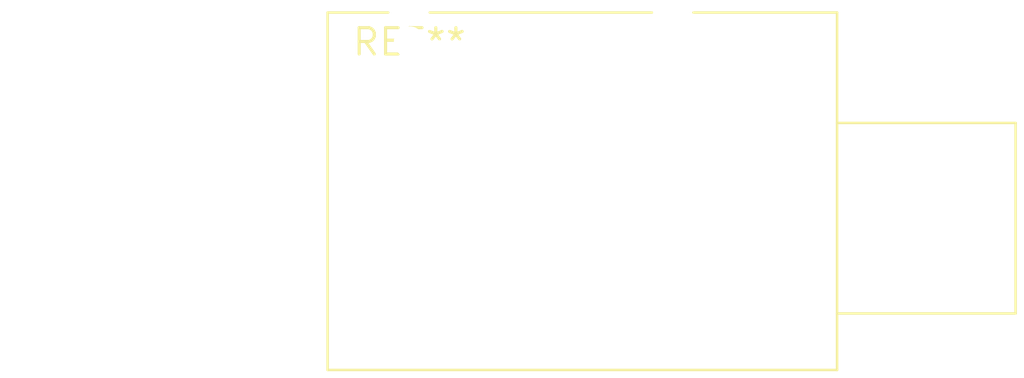
<source format=kicad_pcb>
(kicad_pcb (version 20240108) (generator pcbnew)
  (layers (0 "F.Cu" signal) (31 "B.Cu" signal) (34 "B.Paste" user) (35 "F.Paste" user) (36 "B.SilkS" user "B.Silkscreen") (37 "F.SilkS" user "F.Silkscreen") (38 "B.Mask" user) (39 "F.Mask" user) (44 "Edge.Cuts" user))
  (net 0 "")
  (footprint "Jack_6.35mm_Neutrik_NSJ8HL_Horizontal" (layer "F.Cu") (at 0 0)
    (property "Reference" "REF**")
    (property "Value" "Jack_6.35mm_Neutrik_NSJ8HL_Horizontal")
    (fp_line (start -3.94 -1.42) (end -1.02 -1.42) (layer "F.SilkS") (stroke (width 0.12)))
    (fp_line (start -3.94 15.82) (end -3.94 -1.42) (layer "F.SilkS") (stroke (width 0.12)))
    (fp_line (start -3.94 15.82) (end 20.6 15.82) (layer "F.SilkS") (stroke (width 0.12)))
    (fp_line (start 0.98 -1.42) (end 11.68 -1.42) (layer "F.SilkS") (stroke (width 0.12)))
    (fp_line (start 13.68 -1.42) (end 20.6 -1.42) (layer "F.SilkS") (stroke (width 0.12)))
    (fp_line (start 20.6 -1.42) (end 20.6 15.82) (layer "F.SilkS") (stroke (width 0.12)))
    (fp_line (start 29.2 3.905) (end 20.6 3.905) (layer "F.SilkS") (stroke (width 0.12)))
    (fp_line (start 29.2 13.095) (end 20.6 13.095) (layer "F.SilkS") (stroke (width 0.12)))
    (fp_line (start 29.2 13.095) (end 29.2 3.905) (layer "F.SilkS") (stroke (width 0.12)))
    (pad "G" thru_hole circle (at 18.75 2.54) (size 2.9 2.9) (drill 1.5) (layers *.Cu *.Mask) (remove_unused_layers))
    (pad "S1" thru_hole circle (at 12.7 0) (size 3 3) (drill 1.5) (layers *.Cu *.Mask) (remove_unused_layers))
    (pad "S2" thru_hole circle (at 15.87 1.27) (size 3 3) (drill 1.5) (layers *.Cu *.Mask) (remove_unused_layers))
    (pad "SN1" thru_hole circle (at 12.7 12.7) (size 3 3) (drill 1.5) (layers *.Cu *.Mask) (remove_unused_layers))
    (pad "SN2" thru_hole circle (at 15.87 13.97) (size 3 3) (drill 1.5) (layers *.Cu *.Mask) (remove_unused_layers))
    (pad "T1" thru_hole circle (at 0 0) (size 3 3) (drill 1.5) (layers *.Cu *.Mask) (remove_unused_layers))
    (pad "T2" thru_hole circle (at 3.18 1.27) (size 3 3) (drill 1.5) (layers *.Cu *.Mask) (remove_unused_layers))
    (pad "TN1" thru_hole circle (at 0 12.7) (size 3 3) (drill 1.5) (layers *.Cu *.Mask) (remove_unused_layers))
    (pad "TN2" thru_hole circle (at 3.18 13.97) (size 3 3) (drill 1.5) (layers *.Cu *.Mask) (remove_unused_layers))
  )
)
</source>
